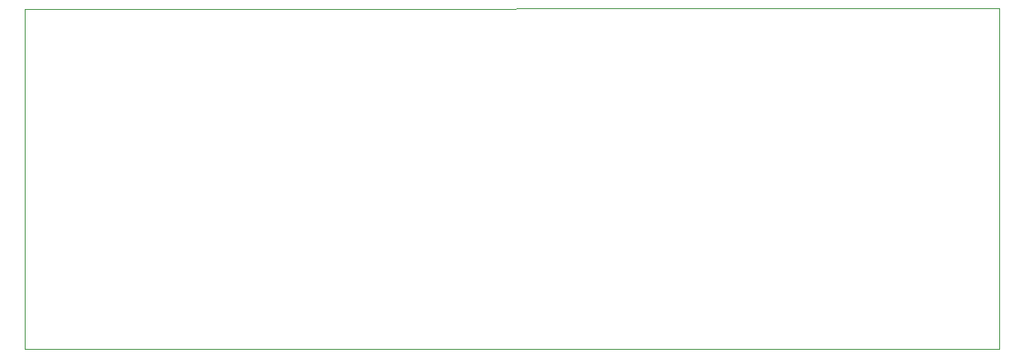
<source format=gbr>
%TF.GenerationSoftware,KiCad,Pcbnew,8.0.3+dfsg-1*%
%TF.CreationDate,2024-07-07T12:28:05+02:00*%
%TF.ProjectId,VFD-Driverboard,5646442d-4472-4697-9665-72626f617264,rev?*%
%TF.SameCoordinates,Original*%
%TF.FileFunction,Profile,NP*%
%FSLAX45Y45*%
G04 Gerber Fmt 4.5, Leading zero omitted, Abs format (unit mm)*
G04 Created by KiCad (PCBNEW 8.0.3+dfsg-1) date 2024-07-07 12:28:05*
%MOMM*%
%LPD*%
G01*
G04 APERTURE LIST*
%TA.AperFunction,Profile*%
%ADD10C,0.100000*%
%TD*%
G04 APERTURE END LIST*
D10*
X1341120Y-4846320D02*
X11341100Y-4843780D01*
X1341120Y-1346200D02*
X11341100Y-1343660D01*
X11341100Y-4843780D02*
X11341100Y-1343660D01*
X1341120Y-1346200D02*
X1341120Y-4846320D01*
M02*

</source>
